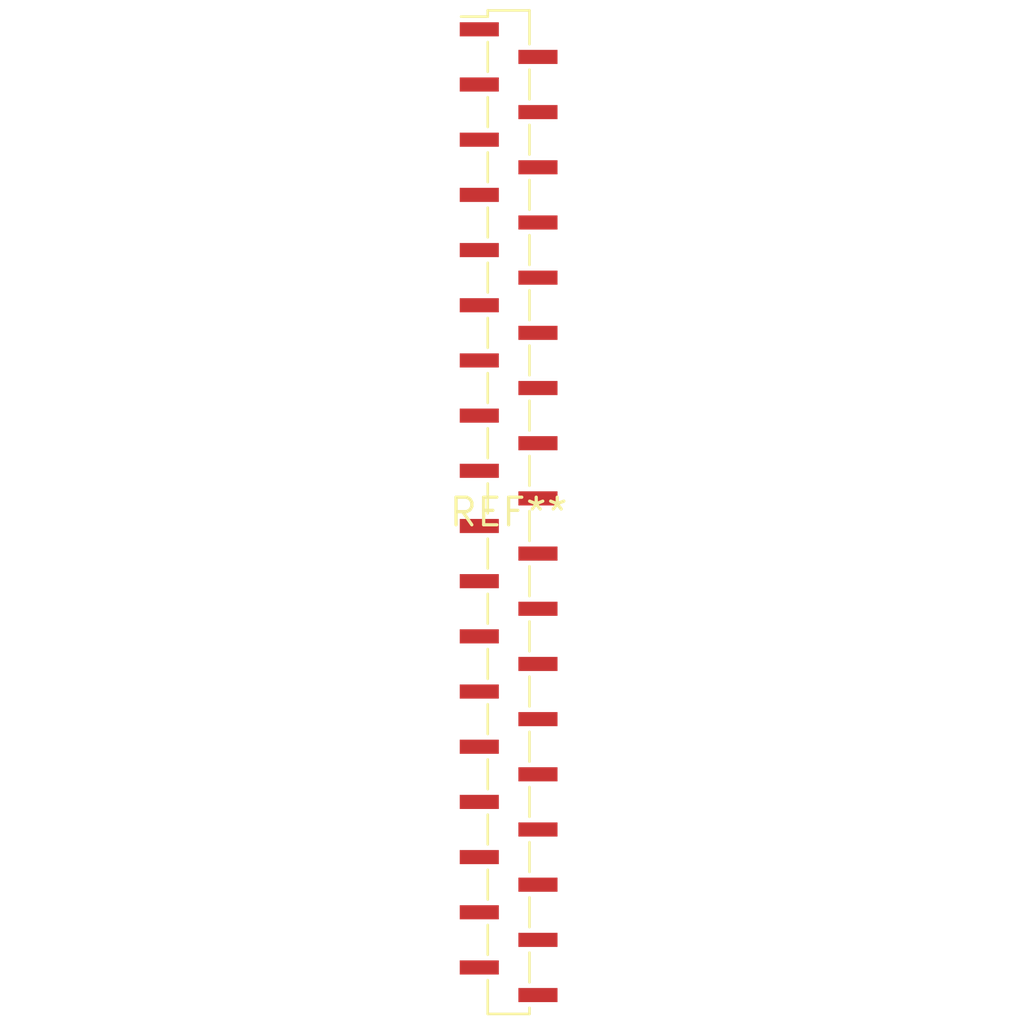
<source format=kicad_pcb>
(kicad_pcb (version 20240108) (generator pcbnew)
  (layers (0 "F.Cu" signal) (31 "B.Cu" signal) (34 "B.Paste" user) (35 "F.Paste" user) (36 "B.SilkS" user "B.Silkscreen") (37 "F.SilkS" user "F.Silkscreen") (38 "B.Mask" user) (39 "F.Mask" user) (44 "Edge.Cuts" user))
  (net 0 "")
  (footprint "PinSocket_1x36_P1.27mm_Vertical_SMD_Pin1Left" (layer "F.Cu") (at 0 0)
    (property "Reference" "REF**")
    (property "Value" "PinSocket_1x36_P1.27mm_Vertical_SMD_Pin1Left")
    (fp_line (start -2.19 -22.81) (end -0.96 -22.81) (layer "F.SilkS") (stroke (width 0.12)))
    (fp_line (start -0.96 -23.095) (end -0.96 -22.81) (layer "F.SilkS") (stroke (width 0.12)))
    (fp_line (start -0.96 -23.095) (end 0.96 -23.095) (layer "F.SilkS") (stroke (width 0.12)))
    (fp_line (start -0.96 -21.64) (end -0.96 -20.27) (layer "F.SilkS") (stroke (width 0.12)))
    (fp_line (start -0.96 -19.1) (end -0.96 -17.73) (layer "F.SilkS") (stroke (width 0.12)))
    (fp_line (start -0.96 -16.56) (end -0.96 -15.19) (layer "F.SilkS") (stroke (width 0.12)))
    (fp_line (start -0.96 -14.02) (end -0.96 -12.65) (layer "F.SilkS") (stroke (width 0.12)))
    (fp_line (start -0.96 -11.48) (end -0.96 -10.11) (layer "F.SilkS") (stroke (width 0.12)))
    (fp_line (start -0.96 -8.94) (end -0.96 -7.57) (layer "F.SilkS") (stroke (width 0.12)))
    (fp_line (start -0.96 -6.4) (end -0.96 -5.03) (layer "F.SilkS") (stroke (width 0.12)))
    (fp_line (start -0.96 -3.86) (end -0.96 -2.49) (layer "F.SilkS") (stroke (width 0.12)))
    (fp_line (start -0.96 -1.32) (end -0.96 0.05) (layer "F.SilkS") (stroke (width 0.12)))
    (fp_line (start -0.96 1.22) (end -0.96 2.59) (layer "F.SilkS") (stroke (width 0.12)))
    (fp_line (start -0.96 3.76) (end -0.96 5.13) (layer "F.SilkS") (stroke (width 0.12)))
    (fp_line (start -0.96 6.3) (end -0.96 7.67) (layer "F.SilkS") (stroke (width 0.12)))
    (fp_line (start -0.96 8.84) (end -0.96 10.21) (layer "F.SilkS") (stroke (width 0.12)))
    (fp_line (start -0.96 11.38) (end -0.96 12.75) (layer "F.SilkS") (stroke (width 0.12)))
    (fp_line (start -0.96 13.92) (end -0.96 15.29) (layer "F.SilkS") (stroke (width 0.12)))
    (fp_line (start -0.96 16.46) (end -0.96 17.83) (layer "F.SilkS") (stroke (width 0.12)))
    (fp_line (start -0.96 19) (end -0.96 20.37) (layer "F.SilkS") (stroke (width 0.12)))
    (fp_line (start -0.96 21.54) (end -0.96 23.095) (layer "F.SilkS") (stroke (width 0.12)))
    (fp_line (start -0.96 23.095) (end 0.96 23.095) (layer "F.SilkS") (stroke (width 0.12)))
    (fp_line (start 0.96 -23.095) (end 0.96 -21.54) (layer "F.SilkS") (stroke (width 0.12)))
    (fp_line (start 0.96 -20.37) (end 0.96 -19) (layer "F.SilkS") (stroke (width 0.12)))
    (fp_line (start 0.96 -17.83) (end 0.96 -16.46) (layer "F.SilkS") (stroke (width 0.12)))
    (fp_line (start 0.96 -15.29) (end 0.96 -13.92) (layer "F.SilkS") (stroke (width 0.12)))
    (fp_line (start 0.96 -12.75) (end 0.96 -11.38) (layer "F.SilkS") (stroke (width 0.12)))
    (fp_line (start 0.96 -10.21) (end 0.96 -8.84) (layer "F.SilkS") (stroke (width 0.12)))
    (fp_line (start 0.96 -7.67) (end 0.96 -6.3) (layer "F.SilkS") (stroke (width 0.12)))
    (fp_line (start 0.96 -5.13) (end 0.96 -3.76) (layer "F.SilkS") (stroke (width 0.12)))
    (fp_line (start 0.96 -2.59) (end 0.96 -1.22) (layer "F.SilkS") (stroke (width 0.12)))
    (fp_line (start 0.96 -0.05) (end 0.96 1.32) (layer "F.SilkS") (stroke (width 0.12)))
    (fp_line (start 0.96 2.49) (end 0.96 3.86) (layer "F.SilkS") (stroke (width 0.12)))
    (fp_line (start 0.96 5.03) (end 0.96 6.4) (layer "F.SilkS") (stroke (width 0.12)))
    (fp_line (start 0.96 7.57) (end 0.96 8.94) (layer "F.SilkS") (stroke (width 0.12)))
    (fp_line (start 0.96 10.11) (end 0.96 11.48) (layer "F.SilkS") (stroke (width 0.12)))
    (fp_line (start 0.96 12.65) (end 0.96 14.02) (layer "F.SilkS") (stroke (width 0.12)))
    (fp_line (start 0.96 15.19) (end 0.96 16.56) (layer "F.SilkS") (stroke (width 0.12)))
    (fp_line (start 0.96 17.73) (end 0.96 19.1) (layer "F.SilkS") (stroke (width 0.12)))
    (fp_line (start 0.96 20.27) (end 0.96 21.64) (layer "F.SilkS") (stroke (width 0.12)))
    (fp_line (start 0.96 22.81) (end 0.96 23.095) (layer "F.SilkS") (stroke (width 0.12)))
    (pad "1" smd rect (at -1.35 -22.225) (size 1.8 0.65) (layers "F.Cu" "F.Paste" "F.Mask"))
    (pad "2" smd rect (at 1.35 -20.955) (size 1.8 0.65) (layers "F.Cu" "F.Paste" "F.Mask"))
    (pad "3" smd rect (at -1.35 -19.685) (size 1.8 0.65) (layers "F.Cu" "F.Paste" "F.Mask"))
    (pad "4" smd rect (at 1.35 -18.415) (size 1.8 0.65) (layers "F.Cu" "F.Paste" "F.Mask"))
    (pad "5" smd rect (at -1.35 -17.145) (size 1.8 0.65) (layers "F.Cu" "F.Paste" "F.Mask"))
    (pad "6" smd rect (at 1.35 -15.875) (size 1.8 0.65) (layers "F.Cu" "F.Paste" "F.Mask"))
    (pad "7" smd rect (at -1.35 -14.605) (size 1.8 0.65) (layers "F.Cu" "F.Paste" "F.Mask"))
    (pad "8" smd rect (at 1.35 -13.335) (size 1.8 0.65) (layers "F.Cu" "F.Paste" "F.Mask"))
    (pad "9" smd rect (at -1.35 -12.065) (size 1.8 0.65) (layers "F.Cu" "F.Paste" "F.Mask"))
    (pad "10" smd rect (at 1.35 -10.795) (size 1.8 0.65) (layers "F.Cu" "F.Paste" "F.Mask"))
    (pad "11" smd rect (at -1.35 -9.525) (size 1.8 0.65) (layers "F.Cu" "F.Paste" "F.Mask"))
    (pad "12" smd rect (at 1.35 -8.255) (size 1.8 0.65) (layers "F.Cu" "F.Paste" "F.Mask"))
    (pad "13" smd rect (at -1.35 -6.985) (size 1.8 0.65) (layers "F.Cu" "F.Paste" "F.Mask"))
    (pad "14" smd rect (at 1.35 -5.715) (size 1.8 0.65) (layers "F.Cu" "F.Paste" "F.Mask"))
    (pad "15" smd rect (at -1.35 -4.445) (size 1.8 0.65) (layers "F.Cu" "F.Paste" "F.Mask"))
    (pad "16" smd rect (at 1.35 -3.175) (size 1.8 0.65) (layers "F.Cu" "F.Paste" "F.Mask"))
    (pad "17" smd rect (at -1.35 -1.905) (size 1.8 0.65) (layers "F.Cu" "F.Paste" "F.Mask"))
    (pad "18" smd rect (at 1.35 -0.635) (size 1.8 0.65) (layers "F.Cu" "F.Paste" "F.Mask"))
    (pad "19" smd rect (at -1.35 0.635) (size 1.8 0.65) (layers "F.Cu" "F.Paste" "F.Mask"))
    (pad "20" smd rect (at 1.35 1.905) (size 1.8 0.65) (layers "F.Cu" "F.Paste" "F.Mask"))
    (pad "21" smd rect (at -1.35 3.175) (size 1.8 0.65) (layers "F.Cu" "F.Paste" "F.Mask"))
    (pad "22" smd rect (at 1.35 4.445) (size 1.8 0.65) (layers "F.Cu" "F.Paste" "F.Mask"))
    (pad "23" smd rect (at -1.35 5.715) (size 1.8 0.65) (layers "F.Cu" "F.Paste" "F.Mask"))
    (pad "24" smd rect (at 1.35 6.985) (size 1.8 0.65) (layers "F.Cu" "F.Paste" "F.Mask"))
    (pad "25" smd rect (at -1.35 8.255) (size 1.8 0.65) (layers "F.Cu" "F.Paste" "F.Mask"))
    (pad "26" smd rect (at 1.35 9.525) (size 1.8 0.65) (layers "F.Cu" "F.Paste" "F.Mask"))
    (pad "27" smd rect (at -1.35 10.795) (size 1.8 0.65) (layers "F.Cu" "F.Paste" "F.Mask"))
    (pad "28" smd rect (at 1.35 12.065) (size 1.8 0.65) (layers "F.Cu" "F.Paste" "F.Mask"))
    (pad "29" smd rect (at -1.35 13.335) (size 1.8 0.65) (layers "F.Cu" "F.Paste" "F.Mask"))
    (pad "30" smd rect (at 1.35 14.605) (size 1.8 0.65) (layers "F.Cu" "F.Paste" "F.Mask"))
    (pad "31" smd rect (at -1.35 15.875) (size 1.8 0.65) (layers "F.Cu" "F.Paste" "F.Mask"))
    (pad "32" smd rect (at 1.35 17.145) (size 1.8 0.65) (layers "F.Cu" "F.Paste" "F.Mask"))
    (pad "33" smd rect (at -1.35 18.415) (size 1.8 0.65) (layers "F.Cu" "F.Paste" "F.Mask"))
    (pad "34" smd rect (at 1.35 19.685) (size 1.8 0.65) (layers "F.Cu" "F.Paste" "F.Mask"))
    (pad "35" smd rect (at -1.35 20.955) (size 1.8 0.65) (layers "F.Cu" "F.Paste" "F.Mask"))
    (pad "36" smd rect (at 1.35 22.225) (size 1.8 0.65) (layers "F.Cu" "F.Paste" "F.Mask"))
  )
)
</source>
